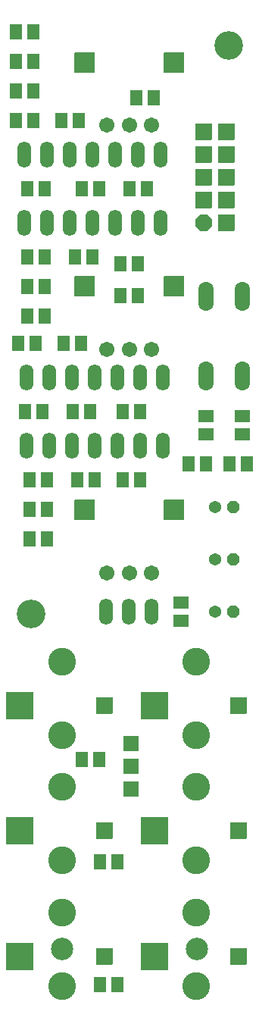
<source format=gbr>
%TF.GenerationSoftware,KiCad,Pcbnew,8.0.2*%
%TF.CreationDate,2024-05-21T21:49:38+01:00*%
%TF.ProjectId,3ch mix 1.6,33636820-6d69-4782-9031-2e362e6b6963,rev?*%
%TF.SameCoordinates,Original*%
%TF.FileFunction,Soldermask,Bot*%
%TF.FilePolarity,Negative*%
%FSLAX46Y46*%
G04 Gerber Fmt 4.6, Leading zero omitted, Abs format (unit mm)*
G04 Created by KiCad (PCBNEW 8.0.2) date 2024-05-21 21:49:38*
%MOMM*%
%LPD*%
G01*
G04 APERTURE LIST*
G04 Aperture macros list*
%AMRoundRect*
0 Rectangle with rounded corners*
0 $1 Rounding radius*
0 $2 $3 $4 $5 $6 $7 $8 $9 X,Y pos of 4 corners*
0 Add a 4 corners polygon primitive as box body*
4,1,4,$2,$3,$4,$5,$6,$7,$8,$9,$2,$3,0*
0 Add four circle primitives for the rounded corners*
1,1,$1+$1,$2,$3*
1,1,$1+$1,$4,$5*
1,1,$1+$1,$6,$7*
1,1,$1+$1,$8,$9*
0 Add four rect primitives between the rounded corners*
20,1,$1+$1,$2,$3,$4,$5,0*
20,1,$1+$1,$4,$5,$6,$7,0*
20,1,$1+$1,$6,$7,$8,$9,0*
20,1,$1+$1,$8,$9,$2,$3,0*%
%AMFreePoly0*
4,1,17,0.298947,0.670921,0.670921,0.298947,0.685800,0.263026,0.685800,-0.263026,0.670921,-0.298947,0.298947,-0.670921,0.263026,-0.685800,-0.263026,-0.685800,-0.298947,-0.670921,-0.670921,-0.298947,-0.685800,-0.263026,-0.685800,0.263026,-0.670921,0.298947,-0.298947,0.670921,-0.263026,0.685800,0.263026,0.685800,0.298947,0.670921,0.298947,0.670921,$1*%
%AMFreePoly1*
4,1,17,0.404157,0.924921,0.924921,0.404157,0.939800,0.368236,0.939800,-0.368236,0.924921,-0.404157,0.404157,-0.924921,0.368236,-0.939800,-0.368236,-0.939800,-0.404157,-0.924921,-0.924921,-0.404157,-0.939800,-0.368236,-0.939800,0.368236,-0.924921,0.404157,-0.404157,0.924921,-0.368236,0.939800,0.368236,0.939800,0.404157,0.924921,0.404157,0.924921,$1*%
G04 Aperture macros list end*
%ADD10RoundRect,0.050800X-1.500000X-1.500000X1.500000X-1.500000X1.500000X1.500000X-1.500000X1.500000X0*%
%ADD11RoundRect,0.050800X-0.889000X-0.889000X0.889000X-0.889000X0.889000X0.889000X-0.889000X0.889000X0*%
%ADD12C,3.101600*%
%ADD13RoundRect,0.050800X1.092200X-1.092200X1.092200X1.092200X-1.092200X1.092200X-1.092200X-1.092200X0*%
%ADD14RoundRect,0.050800X-1.092200X-1.092200X1.092200X-1.092200X1.092200X1.092200X-1.092200X1.092200X0*%
%ADD15C,1.711200*%
%ADD16C,3.200000*%
%ADD17C,2.500000*%
%ADD18O,1.524000X2.946400*%
%ADD19RoundRect,0.050800X0.650000X0.800000X-0.650000X0.800000X-0.650000X-0.800000X0.650000X-0.800000X0*%
%ADD20RoundRect,0.050800X-0.650000X-0.800000X0.650000X-0.800000X0.650000X0.800000X-0.650000X0.800000X0*%
%ADD21RoundRect,0.050800X-0.800000X0.650000X-0.800000X-0.650000X0.800000X-0.650000X0.800000X0.650000X0*%
%ADD22O,1.701600X3.301600*%
%ADD23C,1.371600*%
%ADD24FreePoly0,0.000000*%
%ADD25RoundRect,0.050800X-0.812800X-0.812800X0.812800X-0.812800X0.812800X0.812800X-0.812800X0.812800X0*%
%ADD26RoundRect,0.050800X0.800000X-0.650000X0.800000X0.650000X-0.800000X0.650000X-0.800000X-0.650000X0*%
%ADD27FreePoly1,180.000000*%
%ADD28RoundRect,0.050800X0.889000X0.889000X-0.889000X0.889000X-0.889000X-0.889000X0.889000X-0.889000X0*%
G04 APERTURE END LIST*
D10*
%TO.C,IN1*%
X136301100Y-126803600D03*
D11*
X145701100Y-126803600D03*
D12*
X141001100Y-130103600D03*
X141001100Y-121903600D03*
%TD*%
D13*
%TO.C,POT3*%
X143501100Y-105003600D03*
D14*
X153501100Y-105003600D03*
D15*
X146001100Y-112003600D03*
X148501100Y-112003600D03*
X151001100Y-112003600D03*
%TD*%
D13*
%TO.C,POT2*%
X143501100Y-80003600D03*
D14*
X153501100Y-80003600D03*
D15*
X146001100Y-87003600D03*
X148501100Y-87003600D03*
X151001100Y-87003600D03*
%TD*%
D16*
%TO.C,@HOLE3*%
X137565100Y-116569600D03*
%TD*%
D10*
%TO.C,IN3*%
X136301100Y-154803600D03*
D11*
X145701100Y-154803600D03*
D12*
X141001100Y-158103600D03*
X141001100Y-149903600D03*
%TD*%
D10*
%TO.C,OUT1*%
X151301100Y-126803600D03*
D11*
X160701100Y-126803600D03*
D12*
X156001100Y-130103600D03*
X156001100Y-121903600D03*
%TD*%
D17*
%TO.C,@HOLE0*%
X156043600Y-154034600D03*
%TD*%
D13*
%TO.C,POT1*%
X143501100Y-55003600D03*
D14*
X153501100Y-55003600D03*
D15*
X146001100Y-62003600D03*
X148501100Y-62003600D03*
X151001100Y-62003600D03*
%TD*%
D10*
%TO.C,OUT3*%
X151301100Y-154803600D03*
D11*
X160701100Y-154803600D03*
D12*
X156001100Y-158103600D03*
X156001100Y-149903600D03*
%TD*%
D17*
%TO.C,@HOLE1*%
X140994100Y-154034600D03*
%TD*%
D18*
%TO.C,IC2*%
X152043100Y-65261600D03*
X149503100Y-65261600D03*
X146963100Y-65261600D03*
X144423100Y-65261600D03*
X141883100Y-65261600D03*
X139343100Y-65261600D03*
X136803100Y-65261600D03*
X136803100Y-72881600D03*
X139343100Y-72881600D03*
X141883100Y-72881600D03*
X144423100Y-72881600D03*
X146963100Y-72881600D03*
X149503100Y-72881600D03*
X152043100Y-72881600D03*
%TD*%
D10*
%TO.C,IN2*%
X136301100Y-140803600D03*
D11*
X145701100Y-140803600D03*
D12*
X141001100Y-144103600D03*
X141001100Y-135903600D03*
%TD*%
D10*
%TO.C,OUT2*%
X151301100Y-140803600D03*
D11*
X160701100Y-140803600D03*
D12*
X156001100Y-144103600D03*
X156001100Y-135903600D03*
%TD*%
D18*
%TO.C,IC1*%
X152297100Y-90153600D03*
X149757100Y-90153600D03*
X147217100Y-90153600D03*
X144677100Y-90153600D03*
X142137100Y-90153600D03*
X139597100Y-90153600D03*
X137057100Y-90153600D03*
X137057100Y-97773600D03*
X139597100Y-97773600D03*
X142137100Y-97773600D03*
X144677100Y-97773600D03*
X147217100Y-97773600D03*
X149757100Y-97773600D03*
X152297100Y-97773600D03*
%TD*%
D16*
%TO.C,@HOLE2*%
X159663100Y-53069600D03*
%TD*%
D19*
%TO.C,R21*%
X139073100Y-69071600D03*
X137073100Y-69071600D03*
%TD*%
D20*
%TO.C,R20*%
X137073100Y-76691600D03*
X139073100Y-76691600D03*
%TD*%
D19*
%TO.C,R17*%
X149487100Y-77453600D03*
X147487100Y-77453600D03*
%TD*%
D21*
%TO.C,R2*%
X161187100Y-94487600D03*
X161187100Y-96487600D03*
%TD*%
D19*
%TO.C,C5*%
X143137100Y-86343600D03*
X141137100Y-86343600D03*
%TD*%
D22*
%TO.C,D1*%
X157123100Y-81136600D03*
X157123100Y-90026600D03*
%TD*%
D20*
%TO.C,R11*%
X143169100Y-69071600D03*
X145169100Y-69071600D03*
%TD*%
D19*
%TO.C,R23*%
X137803100Y-58149600D03*
X135803100Y-58149600D03*
%TD*%
%TO.C,C11*%
X151265100Y-58911600D03*
X149265100Y-58911600D03*
%TD*%
D20*
%TO.C,R16*%
X137327100Y-108187600D03*
X139327100Y-108187600D03*
%TD*%
D19*
%TO.C,C12*%
X137803100Y-61451600D03*
X135803100Y-61451600D03*
%TD*%
D23*
%TO.C,C4*%
X158139100Y-110473600D03*
D24*
X160171100Y-110473600D03*
%TD*%
D21*
%TO.C,R1*%
X157123100Y-94487600D03*
X157123100Y-96487600D03*
%TD*%
D19*
%TO.C,R10*%
X144153100Y-93963600D03*
X142153100Y-93963600D03*
%TD*%
D20*
%TO.C,R18*%
X137073100Y-83295600D03*
X139073100Y-83295600D03*
%TD*%
D22*
%TO.C,D2*%
X161187100Y-81136600D03*
X161187100Y-90026600D03*
%TD*%
D19*
%TO.C,R9*%
X149487100Y-81009600D03*
X147487100Y-81009600D03*
%TD*%
%TO.C,R7*%
X149741100Y-101583600D03*
X147741100Y-101583600D03*
%TD*%
D20*
%TO.C,R14*%
X148503100Y-69071600D03*
X150503100Y-69071600D03*
%TD*%
D19*
%TO.C,R13*%
X138819100Y-93963600D03*
X136819100Y-93963600D03*
%TD*%
D25*
%TO.C,JP1*%
X148741100Y-136127600D03*
X148741100Y-133587600D03*
X148741100Y-131047600D03*
%TD*%
D19*
%TO.C,R4*%
X145169100Y-132825600D03*
X143169100Y-132825600D03*
%TD*%
D26*
%TO.C,R3*%
X154329100Y-117315600D03*
X154329100Y-115315600D03*
%TD*%
D18*
%TO.C,D3*%
X151027100Y-116315600D03*
X148487100Y-116315600D03*
X145947100Y-116315600D03*
%TD*%
D19*
%TO.C,R5*%
X147201100Y-144255600D03*
X145201100Y-144255600D03*
%TD*%
D20*
%TO.C,C2*%
X159679100Y-99805600D03*
X161679100Y-99805600D03*
%TD*%
D23*
%TO.C,C9*%
X158139100Y-116315600D03*
D24*
X160171100Y-116315600D03*
%TD*%
D20*
%TO.C,C6*%
X142661100Y-101583600D03*
X144661100Y-101583600D03*
%TD*%
D19*
%TO.C,R6*%
X147201100Y-157971600D03*
X145201100Y-157971600D03*
%TD*%
D20*
%TO.C,R12*%
X137327100Y-101583600D03*
X139327100Y-101583600D03*
%TD*%
D19*
%TO.C,R15*%
X139327100Y-104885600D03*
X137327100Y-104885600D03*
%TD*%
%TO.C,R8*%
X149741100Y-93963600D03*
X147741100Y-93963600D03*
%TD*%
D20*
%TO.C,C10*%
X136057100Y-86343600D03*
X138057100Y-86343600D03*
%TD*%
%TO.C,C1*%
X155107100Y-99805600D03*
X157107100Y-99805600D03*
%TD*%
%TO.C,R22*%
X135803100Y-51545600D03*
X137803100Y-51545600D03*
%TD*%
D19*
%TO.C,R24*%
X137803100Y-54847600D03*
X135803100Y-54847600D03*
%TD*%
D23*
%TO.C,C3*%
X158139100Y-104631600D03*
D24*
X160171100Y-104631600D03*
%TD*%
D19*
%TO.C,C7*%
X142883100Y-61451600D03*
X140883100Y-61451600D03*
%TD*%
D20*
%TO.C,C8*%
X142407100Y-76691600D03*
X144407100Y-76691600D03*
%TD*%
D27*
%TO.C,POWER0*%
X156869100Y-72881600D03*
D28*
X159409100Y-72881600D03*
X156869100Y-70341600D03*
X159409100Y-70341600D03*
X156869100Y-67801600D03*
X159409100Y-67801600D03*
X156869100Y-65261600D03*
D11*
X159409100Y-65261600D03*
D28*
X156869100Y-62721600D03*
D11*
X159409100Y-62721600D03*
%TD*%
D20*
%TO.C,R19*%
X137073100Y-79993600D03*
X139073100Y-79993600D03*
%TD*%
M02*

</source>
